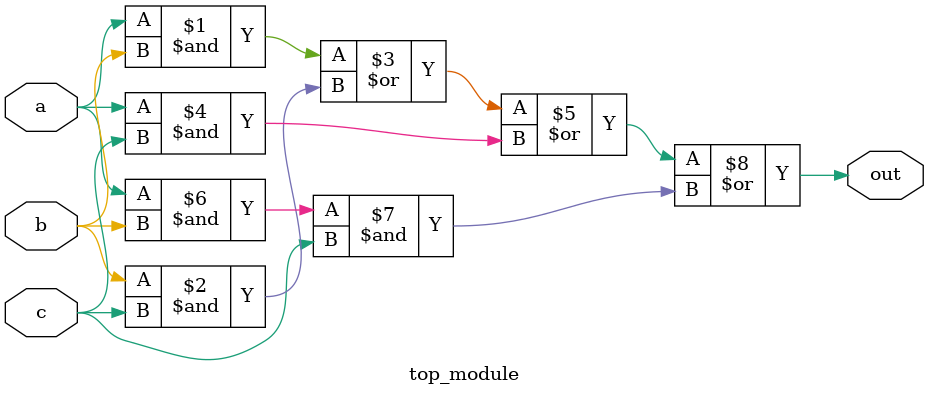
<source format=sv>
module top_module(
	input a, 
	input b,
	input c,
	output out
);

	// Implement the truth table for the given Karnaugh map
	assign out = (a & b) | (b & c) | (a & c) | (a & b & c);

endmodule

</source>
